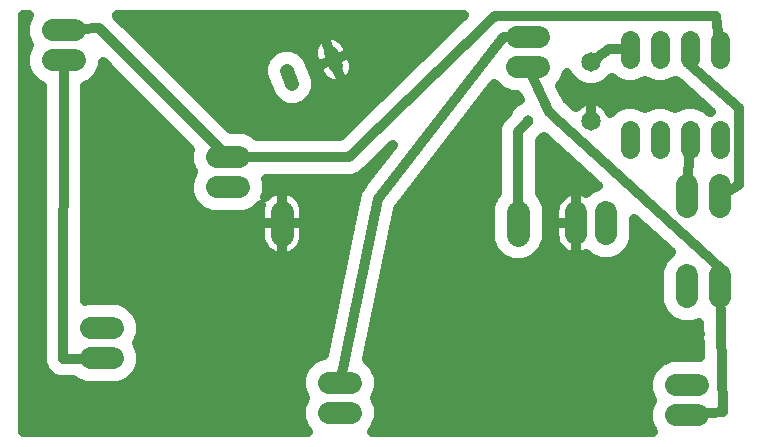
<source format=gbl>
G75*
G70*
%OFA0B0*%
%FSLAX24Y24*%
%IPPOS*%
%LPD*%
%AMOC8*
5,1,8,0,0,1.08239X$1,22.5*
%
%ADD10C,0.0630*%
%ADD11C,0.0740*%
%ADD12C,0.0472*%
%ADD13C,0.0650*%
%ADD14C,0.0765*%
%ADD15C,0.0320*%
%ADD16C,0.0380*%
D10*
X021062Y010247D02*
X021062Y010877D01*
X022062Y010877D02*
X022062Y010247D01*
X023062Y010247D02*
X023062Y010877D01*
X024062Y010877D02*
X024062Y010247D01*
X024062Y013247D02*
X024062Y013877D01*
X023062Y013877D02*
X023062Y013247D01*
X022062Y013247D02*
X022062Y013877D01*
X021062Y013877D02*
X021062Y013247D01*
D11*
X018032Y012962D02*
X017292Y012962D01*
X017292Y013962D02*
X018032Y013962D01*
X022962Y009032D02*
X022962Y008292D01*
X024062Y008292D02*
X024062Y009032D01*
X020262Y008132D02*
X020262Y007392D01*
X019262Y007392D02*
X019262Y008132D01*
X022962Y006032D02*
X022962Y005292D01*
X024062Y005292D02*
X024062Y006032D01*
X023332Y002362D02*
X022592Y002362D01*
X022592Y001362D02*
X023332Y001362D01*
X011752Y001442D02*
X011012Y001442D01*
X011012Y002442D02*
X011752Y002442D01*
X003832Y003262D02*
X003092Y003262D01*
X003092Y004262D02*
X003832Y004262D01*
X007292Y008962D02*
X008032Y008962D01*
X008032Y009962D02*
X007292Y009962D01*
X002552Y013202D02*
X001812Y013202D01*
X001812Y014202D02*
X002552Y014202D01*
D12*
X009624Y012846D02*
X009800Y012408D01*
X011261Y012998D02*
X011084Y013436D01*
D13*
X019762Y013146D03*
X019762Y011178D03*
D14*
X017336Y008145D02*
X017336Y007380D01*
X009462Y007380D02*
X009462Y008145D01*
D15*
X000822Y014702D02*
X000822Y000822D01*
X010317Y000822D01*
X010224Y000915D01*
X010082Y001257D01*
X010082Y001627D01*
X010213Y001942D01*
X010082Y002257D01*
X010082Y002627D01*
X010224Y002969D01*
X010485Y003230D01*
X010827Y003372D01*
X010841Y003372D01*
X011933Y008591D01*
X011930Y008613D01*
X011962Y008730D01*
X011987Y008850D01*
X011999Y008868D01*
X012005Y008889D01*
X012079Y008986D01*
X012148Y009086D01*
X012167Y009098D01*
X013159Y010381D01*
X012203Y009449D01*
X012106Y009352D01*
X012102Y009350D01*
X012098Y009347D01*
X011969Y009295D01*
X011841Y009242D01*
X011837Y009242D01*
X011832Y009240D01*
X011694Y009242D01*
X008923Y009242D01*
X008962Y009147D01*
X008962Y008777D01*
X008904Y008636D01*
X008971Y008704D01*
X009049Y008763D01*
X009133Y008812D01*
X009223Y008849D01*
X009317Y008874D01*
X009413Y008887D01*
X009462Y008887D01*
X009462Y007762D01*
X008720Y007762D01*
X008720Y007331D01*
X008732Y007234D01*
X008757Y007140D01*
X008795Y007050D01*
X008843Y006966D01*
X008903Y006889D01*
X008971Y006820D01*
X009049Y006761D01*
X009133Y006712D01*
X009223Y006675D01*
X009317Y006650D01*
X009413Y006637D01*
X009462Y006637D01*
X009511Y006637D01*
X009607Y006650D01*
X009701Y006675D01*
X009791Y006712D01*
X009875Y006761D01*
X009953Y006820D01*
X010021Y006889D01*
X010081Y006966D01*
X010129Y007050D01*
X010167Y007140D01*
X010192Y007234D01*
X010205Y007331D01*
X010205Y007762D01*
X010205Y008193D01*
X010192Y008290D01*
X010167Y008384D01*
X010129Y008474D01*
X010081Y008558D01*
X010021Y008635D01*
X009953Y008704D01*
X009875Y008763D01*
X009791Y008812D01*
X009701Y008849D01*
X009607Y008874D01*
X009511Y008887D01*
X009462Y008887D01*
X009462Y007762D01*
X009462Y007762D01*
X008720Y007762D01*
X008720Y008193D01*
X008732Y008290D01*
X008753Y008368D01*
X008559Y008174D01*
X008217Y008032D01*
X007107Y008032D01*
X006765Y008174D01*
X006504Y008435D01*
X006362Y008777D01*
X006362Y009147D01*
X006493Y009462D01*
X006362Y009777D01*
X006362Y010147D01*
X006390Y010215D01*
X003482Y013124D01*
X003482Y013017D01*
X003340Y012675D01*
X003079Y012414D01*
X002901Y012340D01*
X002894Y005187D01*
X002907Y005192D01*
X004017Y005192D01*
X004359Y005050D01*
X004620Y004789D01*
X004762Y004447D01*
X004762Y004077D01*
X004631Y003762D01*
X004762Y003447D01*
X004762Y003077D01*
X004620Y002735D01*
X004359Y002474D01*
X004017Y002332D01*
X002907Y002332D01*
X002565Y002474D01*
X002504Y002535D01*
X002318Y002533D01*
X002315Y002532D01*
X002176Y002532D01*
X002034Y002531D01*
X002031Y002532D01*
X002028Y002532D01*
X001900Y002585D01*
X001769Y002639D01*
X001767Y002641D01*
X001764Y002642D01*
X001665Y002741D01*
X001565Y002839D01*
X001564Y002843D01*
X001561Y002845D01*
X001508Y002975D01*
X001453Y003103D01*
X001453Y003106D01*
X001452Y003110D01*
X001452Y003251D01*
X001451Y003390D01*
X001452Y003393D01*
X001461Y012341D01*
X001285Y012414D01*
X001024Y012675D01*
X000882Y013017D01*
X000882Y013387D01*
X001013Y013702D01*
X000882Y014017D01*
X000882Y014387D01*
X001013Y014702D01*
X000822Y014702D01*
X000822Y014596D02*
X000969Y014596D01*
X000882Y014278D02*
X000822Y014278D01*
X000822Y013959D02*
X000906Y013959D01*
X000822Y013641D02*
X000987Y013641D01*
X000882Y013322D02*
X000822Y013322D01*
X000822Y013004D02*
X000888Y013004D01*
X000822Y012685D02*
X001019Y012685D01*
X000822Y012367D02*
X001399Y012367D01*
X001461Y012048D02*
X000822Y012048D01*
X000822Y011730D02*
X001461Y011730D01*
X001460Y011411D02*
X000822Y011411D01*
X000822Y011093D02*
X001460Y011093D01*
X001460Y010774D02*
X000822Y010774D01*
X000822Y010455D02*
X001459Y010455D01*
X001459Y010137D02*
X000822Y010137D01*
X000822Y009818D02*
X001459Y009818D01*
X001458Y009500D02*
X000822Y009500D01*
X000822Y009181D02*
X001458Y009181D01*
X001458Y008863D02*
X000822Y008863D01*
X000822Y008544D02*
X001457Y008544D01*
X001457Y008226D02*
X000822Y008226D01*
X000822Y007907D02*
X001457Y007907D01*
X001456Y007589D02*
X000822Y007589D01*
X000822Y007270D02*
X001456Y007270D01*
X001456Y006951D02*
X000822Y006951D01*
X000822Y006633D02*
X001455Y006633D01*
X001455Y006314D02*
X000822Y006314D01*
X000822Y005996D02*
X001455Y005996D01*
X001454Y005677D02*
X000822Y005677D01*
X000822Y005359D02*
X001454Y005359D01*
X001454Y005040D02*
X000822Y005040D01*
X000822Y004722D02*
X001454Y004722D01*
X001453Y004403D02*
X000822Y004403D01*
X000822Y004085D02*
X001453Y004085D01*
X001453Y003766D02*
X000822Y003766D01*
X000822Y003447D02*
X001452Y003447D01*
X001452Y003129D02*
X000822Y003129D01*
X000822Y002810D02*
X001594Y002810D01*
X002172Y003252D02*
X002182Y013202D01*
X003345Y012685D02*
X003921Y012685D01*
X004239Y012367D02*
X002965Y012367D01*
X002901Y012048D02*
X004558Y012048D01*
X004876Y011730D02*
X002901Y011730D01*
X002900Y011411D02*
X005195Y011411D01*
X005513Y011093D02*
X002900Y011093D01*
X002900Y010774D02*
X005832Y010774D01*
X006150Y010455D02*
X002899Y010455D01*
X002899Y010137D02*
X006362Y010137D01*
X006362Y009818D02*
X002899Y009818D01*
X002898Y009500D02*
X006477Y009500D01*
X006376Y009181D02*
X002898Y009181D01*
X002898Y008863D02*
X006362Y008863D01*
X006458Y008544D02*
X002897Y008544D01*
X002897Y008226D02*
X006713Y008226D01*
X008611Y008226D02*
X008724Y008226D01*
X008720Y007907D02*
X002897Y007907D01*
X002896Y007589D02*
X008720Y007589D01*
X008728Y007270D02*
X002896Y007270D01*
X002896Y006951D02*
X008855Y006951D01*
X009462Y006951D02*
X009462Y006951D01*
X009462Y006637D02*
X009462Y007762D01*
X009462Y007762D01*
X009462Y006637D01*
X010069Y006951D02*
X011590Y006951D01*
X011523Y006633D02*
X002895Y006633D01*
X002895Y006314D02*
X011456Y006314D01*
X011390Y005996D02*
X002895Y005996D01*
X002894Y005677D02*
X011323Y005677D01*
X011257Y005359D02*
X002894Y005359D01*
X004369Y005040D02*
X011190Y005040D01*
X011123Y004722D02*
X004648Y004722D01*
X004762Y004403D02*
X011057Y004403D01*
X010990Y004085D02*
X004762Y004085D01*
X004633Y003766D02*
X010923Y003766D01*
X010857Y003447D02*
X004762Y003447D01*
X004762Y003129D02*
X010384Y003129D01*
X010158Y002810D02*
X004652Y002810D01*
X004377Y002492D02*
X010082Y002492D01*
X010117Y002173D02*
X000822Y002173D01*
X000822Y001855D02*
X010176Y001855D01*
X010082Y001536D02*
X000822Y001536D01*
X000822Y001218D02*
X010098Y001218D01*
X010240Y000899D02*
X000822Y000899D01*
X000822Y002492D02*
X002547Y002492D01*
X002172Y003252D02*
X003462Y003262D01*
X009462Y007270D02*
X009462Y007270D01*
X009462Y007589D02*
X009462Y007589D01*
X009462Y007762D02*
X009462Y007762D01*
X009462Y007762D01*
X010205Y007762D01*
X009462Y007762D01*
X009462Y007907D02*
X009462Y007907D01*
X009462Y008226D02*
X009462Y008226D01*
X009462Y008544D02*
X009462Y008544D01*
X009462Y008863D02*
X009462Y008863D01*
X009274Y008863D02*
X008962Y008863D01*
X008948Y009181D02*
X012231Y009181D01*
X012255Y009500D02*
X012477Y009500D01*
X012582Y009818D02*
X012724Y009818D01*
X012909Y010137D02*
X012970Y010137D01*
X011698Y009962D02*
X016545Y014689D01*
X023935Y014689D01*
X024062Y013562D01*
X023062Y013562D02*
X023062Y013047D01*
X024693Y011596D01*
X024693Y009053D01*
X024062Y008662D01*
X022962Y008662D02*
X023062Y010562D01*
X023718Y011458D02*
X023558Y011619D01*
X023236Y011752D01*
X022888Y011752D01*
X022566Y011619D01*
X022562Y011614D01*
X022558Y011619D01*
X022236Y011752D01*
X021888Y011752D01*
X021566Y011619D01*
X021562Y011614D01*
X021558Y011619D01*
X021236Y011752D01*
X020888Y011752D01*
X020566Y011619D01*
X020393Y011445D01*
X020378Y011481D01*
X020333Y011559D01*
X020278Y011630D01*
X020215Y011694D01*
X020143Y011749D01*
X020066Y011793D01*
X019983Y011828D01*
X019896Y011851D01*
X019807Y011863D01*
X019762Y011863D01*
X019717Y011863D01*
X019628Y011851D01*
X019541Y011828D01*
X019458Y011793D01*
X019381Y011749D01*
X019309Y011694D01*
X019246Y011631D01*
X018953Y011897D01*
X018740Y012355D01*
X018820Y012435D01*
X018960Y012771D01*
X019012Y012645D01*
X019261Y012396D01*
X019586Y012261D01*
X019938Y012261D01*
X020263Y012396D01*
X020469Y012602D01*
X020566Y012505D01*
X020888Y012372D01*
X021236Y012372D01*
X021558Y012505D01*
X021562Y012510D01*
X021566Y012505D01*
X021888Y012372D01*
X022236Y012372D01*
X022558Y012505D01*
X022562Y012510D01*
X022566Y012505D01*
X022599Y012492D01*
X022654Y012437D01*
X022674Y012428D01*
X023747Y011474D01*
X023718Y011458D01*
X023460Y011730D02*
X023290Y011730D01*
X023102Y012048D02*
X018883Y012048D01*
X018752Y012367D02*
X019331Y012367D01*
X018995Y012685D02*
X018924Y012685D01*
X019762Y013146D02*
X020372Y013582D01*
X021062Y013562D01*
X020193Y012367D02*
X022744Y012367D01*
X022834Y011730D02*
X022290Y011730D01*
X021834Y011730D02*
X021290Y011730D01*
X020834Y011730D02*
X020168Y011730D01*
X019762Y011730D02*
X019762Y011730D01*
X019762Y011863D02*
X019762Y011178D01*
X019762Y011178D01*
X019762Y011863D01*
X019356Y011730D02*
X019138Y011730D01*
X019762Y011411D02*
X019762Y011411D01*
X018362Y011462D02*
X017662Y012962D01*
X016765Y012174D02*
X016540Y012399D01*
X013333Y008252D01*
X012282Y003227D01*
X012540Y002969D01*
X012682Y002627D01*
X012682Y002257D01*
X012551Y001942D01*
X012682Y001627D01*
X012682Y001257D01*
X012540Y000915D01*
X012447Y000822D01*
X021817Y000822D01*
X021804Y000835D01*
X021662Y001177D01*
X021662Y001547D01*
X021793Y001862D01*
X021662Y002177D01*
X021662Y002547D01*
X021804Y002889D01*
X022065Y003150D01*
X022407Y003292D01*
X023398Y003292D01*
X023371Y004455D01*
X023147Y004362D01*
X022777Y004362D01*
X022435Y004504D01*
X022174Y004765D01*
X022032Y005107D01*
X022032Y006217D01*
X022174Y006559D01*
X022413Y006799D01*
X021192Y007911D01*
X021192Y007207D01*
X021050Y006865D01*
X020789Y006604D01*
X020447Y006462D01*
X020077Y006462D01*
X019735Y006604D01*
X019597Y006742D01*
X019586Y006736D01*
X019497Y006699D01*
X019405Y006675D01*
X019310Y006662D01*
X019262Y006662D01*
X019262Y007762D01*
X019262Y007762D01*
X019262Y006662D01*
X019214Y006662D01*
X019119Y006675D01*
X019027Y006699D01*
X018938Y006736D01*
X018856Y006784D01*
X018780Y006842D01*
X018712Y006910D01*
X018654Y006986D01*
X018606Y007068D01*
X018569Y007157D01*
X018545Y007249D01*
X018532Y007344D01*
X018532Y007762D01*
X019262Y007762D01*
X019262Y007762D01*
X018532Y007762D01*
X018532Y008180D01*
X018545Y008275D01*
X018569Y008367D01*
X018606Y008456D01*
X018654Y008538D01*
X018712Y008614D01*
X018780Y008682D01*
X018856Y008740D01*
X018938Y008788D01*
X019027Y008825D01*
X019119Y008850D01*
X019214Y008862D01*
X019262Y008862D01*
X019262Y007762D01*
X019262Y007762D01*
X019262Y008862D01*
X019310Y008862D01*
X019405Y008850D01*
X019497Y008825D01*
X019586Y008788D01*
X019597Y008782D01*
X019735Y008920D01*
X019975Y009020D01*
X018198Y010638D01*
X018087Y010526D01*
X018056Y010513D01*
X018056Y008757D01*
X018135Y008678D01*
X018279Y008332D01*
X018279Y007192D01*
X018135Y006846D01*
X017870Y006580D01*
X017524Y006437D01*
X017149Y006437D01*
X016802Y006580D01*
X016537Y006846D01*
X016394Y007192D01*
X016394Y008332D01*
X016537Y008678D01*
X016616Y008757D01*
X016616Y010779D01*
X016609Y010902D01*
X016616Y010921D01*
X016616Y010941D01*
X016663Y011056D01*
X016704Y011172D01*
X016718Y011187D01*
X016726Y011206D01*
X016813Y011294D01*
X016983Y011484D01*
X017026Y011587D01*
X017237Y011798D01*
X017383Y011858D01*
X017301Y012032D01*
X017107Y012032D01*
X016765Y012174D01*
X016572Y012367D02*
X016515Y012367D01*
X016269Y012048D02*
X017068Y012048D01*
X017169Y011730D02*
X016023Y011730D01*
X015776Y011411D02*
X016919Y011411D01*
X016676Y011093D02*
X015530Y011093D01*
X015283Y010774D02*
X016616Y010774D01*
X016616Y010455D02*
X015037Y010455D01*
X014791Y010137D02*
X016616Y010137D01*
X016616Y009818D02*
X014544Y009818D01*
X014298Y009500D02*
X016616Y009500D01*
X016616Y009181D02*
X014051Y009181D01*
X013805Y008863D02*
X016616Y008863D01*
X016481Y008544D02*
X013558Y008544D01*
X013327Y008226D02*
X016394Y008226D01*
X016394Y007907D02*
X013261Y007907D01*
X013194Y007589D02*
X016394Y007589D01*
X016394Y007270D02*
X013127Y007270D01*
X013061Y006951D02*
X016493Y006951D01*
X016750Y006633D02*
X012994Y006633D01*
X012927Y006314D02*
X022072Y006314D01*
X022032Y005996D02*
X012861Y005996D01*
X012794Y005677D02*
X022032Y005677D01*
X022032Y005359D02*
X012728Y005359D01*
X012661Y005040D02*
X022060Y005040D01*
X022217Y004722D02*
X012594Y004722D01*
X012528Y004403D02*
X022678Y004403D01*
X023246Y004403D02*
X023372Y004403D01*
X023379Y004085D02*
X012461Y004085D01*
X012394Y003766D02*
X023387Y003766D01*
X023395Y003447D02*
X012328Y003447D01*
X012380Y003129D02*
X022044Y003129D01*
X021771Y002810D02*
X012606Y002810D01*
X012682Y002492D02*
X021662Y002492D01*
X021664Y002173D02*
X012647Y002173D01*
X012588Y001855D02*
X021790Y001855D01*
X021662Y001536D02*
X012682Y001536D01*
X012666Y001218D02*
X021662Y001218D01*
X021777Y000899D02*
X012524Y000899D01*
X011382Y002442D02*
X012662Y008562D01*
X016762Y013862D01*
X016862Y013962D01*
X017662Y013962D01*
X015527Y014702D02*
X003949Y014702D01*
X003951Y014700D01*
X003959Y014683D01*
X007750Y010892D01*
X008217Y010892D01*
X008559Y010750D01*
X008627Y010682D01*
X011405Y010682D01*
X015527Y014702D01*
X015419Y014596D02*
X004046Y014596D01*
X004364Y014278D02*
X015093Y014278D01*
X014766Y013959D02*
X011371Y013959D01*
X011360Y013966D02*
X011439Y013917D01*
X011510Y013855D01*
X011571Y013783D01*
X011619Y013703D01*
X011725Y013440D01*
X011173Y013217D01*
X011172Y013217D01*
X011172Y013217D01*
X010619Y012994D01*
X010513Y013256D01*
X010492Y013348D01*
X010486Y013441D01*
X010494Y013535D01*
X010517Y013626D01*
X010553Y013712D01*
X010603Y013792D01*
X010664Y013863D01*
X010736Y013923D01*
X010817Y013971D01*
X010860Y013989D01*
X011172Y013217D01*
X011172Y013217D01*
X010619Y012993D01*
X010725Y012731D01*
X010774Y012651D01*
X010834Y012579D01*
X010905Y012517D01*
X010984Y012468D01*
X011071Y012431D01*
X011162Y012408D01*
X011255Y012400D01*
X011349Y012406D01*
X011440Y012428D01*
X011484Y012445D01*
X011527Y012463D01*
X011608Y012511D01*
X011680Y012571D01*
X011741Y012642D01*
X011791Y012722D01*
X011828Y012808D01*
X011850Y012899D01*
X011859Y012993D01*
X011852Y013086D01*
X011831Y013178D01*
X011725Y013440D01*
X011172Y013217D01*
X010860Y013989D01*
X010904Y014006D01*
X010995Y014027D01*
X011089Y014034D01*
X011182Y014026D01*
X011273Y014003D01*
X011360Y013966D01*
X010872Y013959D02*
X010872Y013959D01*
X010797Y013959D02*
X004683Y013959D01*
X005001Y013641D02*
X009465Y013641D01*
X009472Y013644D02*
X009178Y013525D01*
X008953Y013303D01*
X008829Y013011D01*
X008826Y012695D01*
X009121Y011963D01*
X009344Y011737D01*
X009635Y011613D01*
X009952Y011610D01*
X010246Y011729D01*
X010471Y011951D01*
X010595Y012243D01*
X010598Y012559D01*
X010302Y013291D01*
X010080Y013517D01*
X009789Y013641D01*
X009472Y013644D01*
X009784Y013641D02*
X010523Y013641D01*
X010498Y013322D02*
X010272Y013322D01*
X010419Y013004D02*
X010615Y013004D01*
X010644Y013004D02*
X010645Y013004D01*
X010547Y012685D02*
X010753Y012685D01*
X010596Y012367D02*
X013133Y012367D01*
X013459Y012685D02*
X011768Y012685D01*
X011484Y012445D02*
X011172Y013217D01*
X011172Y013217D01*
X011484Y012445D01*
X011387Y012685D02*
X011387Y012685D01*
X011258Y013004D02*
X011258Y013004D01*
X011130Y013322D02*
X011129Y013322D01*
X011432Y013322D02*
X011433Y013322D01*
X011773Y013322D02*
X014113Y013322D01*
X014439Y013641D02*
X011644Y013641D01*
X011001Y013641D02*
X011001Y013641D01*
X011858Y013004D02*
X013786Y013004D01*
X012806Y012048D02*
X010513Y012048D01*
X010246Y011730D02*
X012479Y011730D01*
X012153Y011411D02*
X007231Y011411D01*
X006913Y011730D02*
X009361Y011730D01*
X009087Y012048D02*
X006594Y012048D01*
X006276Y012367D02*
X008958Y012367D01*
X008830Y012685D02*
X005957Y012685D01*
X005638Y013004D02*
X008829Y013004D01*
X008972Y013322D02*
X005320Y013322D01*
X003602Y013004D02*
X003476Y013004D01*
X003362Y014262D02*
X002182Y014202D01*
X003362Y014262D02*
X007662Y009962D01*
X011698Y009962D01*
X011500Y010774D02*
X008502Y010774D01*
X007550Y011093D02*
X011826Y011093D01*
X011996Y008863D02*
X009651Y008863D01*
X010089Y008544D02*
X011923Y008544D01*
X011856Y008226D02*
X010200Y008226D01*
X010205Y007907D02*
X011789Y007907D01*
X011723Y007589D02*
X010205Y007589D01*
X010196Y007270D02*
X011656Y007270D01*
X017336Y007762D02*
X017336Y010798D01*
X017662Y011162D01*
X018362Y011462D02*
X023962Y006362D01*
X024062Y006262D01*
X024062Y005662D01*
X024162Y001462D01*
X022962Y001362D01*
X022248Y006633D02*
X020818Y006633D01*
X021086Y006951D02*
X022245Y006951D01*
X021896Y007270D02*
X021192Y007270D01*
X021192Y007589D02*
X021546Y007589D01*
X021196Y007907D02*
X021192Y007907D01*
X019678Y008863D02*
X018056Y008863D01*
X018056Y009181D02*
X019797Y009181D01*
X019447Y009500D02*
X018056Y009500D01*
X018056Y009818D02*
X019098Y009818D01*
X018748Y010137D02*
X018056Y010137D01*
X018056Y010455D02*
X018398Y010455D01*
X018191Y008544D02*
X018658Y008544D01*
X018538Y008226D02*
X018279Y008226D01*
X018279Y007907D02*
X018532Y007907D01*
X018532Y007589D02*
X018279Y007589D01*
X018279Y007270D02*
X018542Y007270D01*
X018680Y006951D02*
X018179Y006951D01*
X017922Y006633D02*
X019706Y006633D01*
X019262Y006951D02*
X019262Y006951D01*
X019262Y007270D02*
X019262Y007270D01*
X019262Y007589D02*
X019262Y007589D01*
X019262Y007907D02*
X019262Y007907D01*
X019262Y008226D02*
X019262Y008226D01*
X019262Y008544D02*
X019262Y008544D01*
D16*
X018162Y010362D03*
X017662Y011162D03*
X016762Y011762D03*
X012762Y012962D03*
X006882Y013482D03*
X005962Y008282D03*
X014562Y006162D03*
X015962Y003062D03*
X021362Y001862D03*
X007762Y002962D03*
X004242Y001262D03*
X021562Y012062D03*
M02*

</source>
